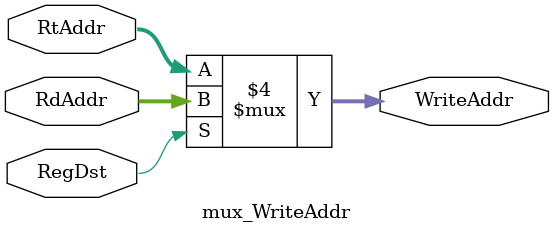
<source format=v>
module mux_WriteAddr(RegDst, RtAddr, RdAddr, WriteAddr);
	input RegDst;
	input [4:0] RtAddr, RdAddr;
	output reg [4:0] WriteAddr;
	
	always if (RegDst == 0) WriteAddr = RtAddr;
		else WriteAddr = RdAddr;
		
endmodule

</source>
